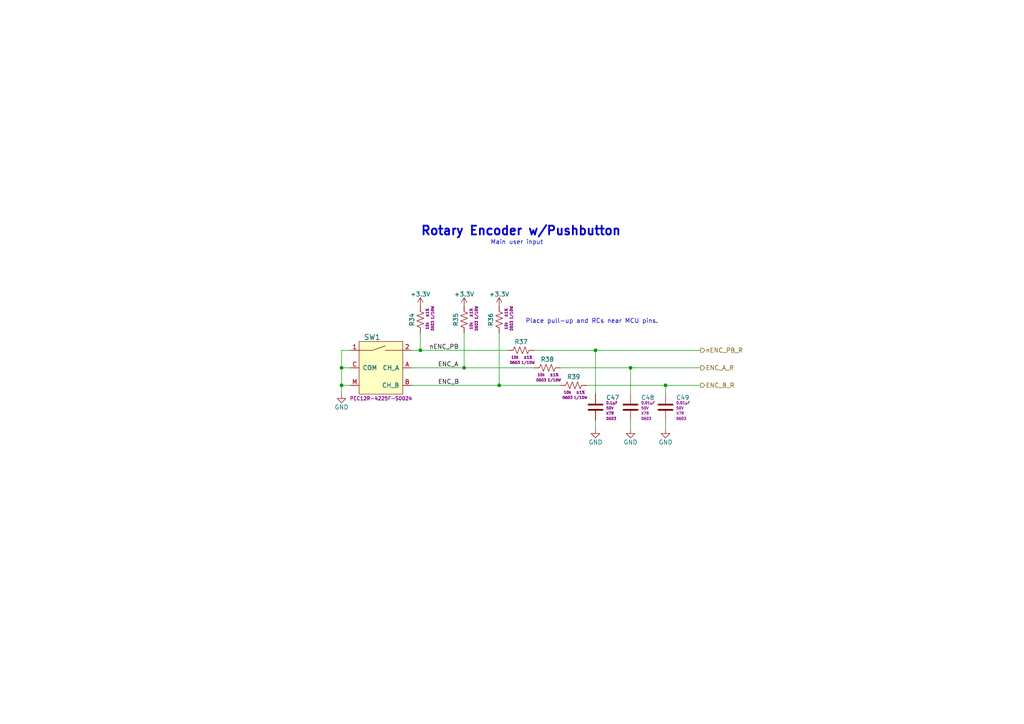
<source format=kicad_sch>
(kicad_sch (version 20211123) (generator eeschema)
  (paper "A4")
  (title_block (date "2024-05-14") (rev "1"))
  (lib_symbols
    (symbol "ENC_SPST_24PPR_PEC12R-4225F-S0024_1" (pin_names (offset 1.016))
      (property "Reference" "SW" (at 6.35 3.81 0))
      (property "ManufacturerPN" "PEC12R-4225F-S0024" (at 8.89 -13.97 0))
      (symbol "ENC_SPST_24PPR_PEC12R-4225F-S0024_1_0_1"
        (polyline (pts (xy 10.16 0) (xy 15.24 0)))
        (polyline (pts (xy 2.54 0) (xy 6.35 0) (xy 10.16 1.27)))
        (rectangle (start 2.54 2.54) (end 15.24 -12.7) (fill (type background)))
      )
      (symbol "ENC_SPST_24PPR_PEC12R-4225F-S0024_1_1_1"
        (pin passive line (at 0 0 0) (length 2.54) (name "~") (number "1"))
        (pin passive line (at 17.78 0 180) (length 2.54) (name "~") (number "2"))
        (pin passive line (at 17.78 -5.08 180) (length 2.54) (name "CH_A") (number "A"))
        (pin passive line (at 17.78 -10.16 180) (length 2.54) (name "CH_B") (number "B"))
        (pin passive line (at 0 -5.08 0) (length 2.54) (name "COM") (number "C"))
        (pin passive line (at 0 -10.16 0) (length 2.54) (name "~") (number "M"))
      )
    )
    (symbol "arjun_symbols:CAP_CER_0u01_50V_X7R_0603" (pin_numbers hide) (pin_names (offset 0.254))
      (property "Reference" "C" (at 3.048 -1.016 0))
      (property "Capacitance" "0.01µF" (at 3.048 -2.54 0))
      (property "Voltage" "50V" (at 3.048 -4.064 0))
      (property "Package" "0603" (at 3.048 -7.112 0))
      (property "Temp Co" "X7R" (at 3.048 -5.588 0))
      (symbol "CAP_CER_0u01_50V_X7R_0603_0_1"
        (polyline (pts (xy -2.032 -4.572) (xy 2.032 -4.572)) (stroke (width 0.508)))
        (polyline (pts (xy -2.032 -3.048) (xy 2.032 -3.048)) (stroke (width 0.508)))
      )
      (symbol "CAP_CER_0u01_50V_X7R_0603_1_1"
        (pin passive line (at 0 0 270) (length 2.794) (name "~") (number "1"))
        (pin passive line (at 0 -7.62 90) (length 2.794) (name "~") (number "2"))
      )
    )
    (symbol "arjun_symbols:CAP_CER_0u1_50V_X7R_0603" (pin_numbers hide) (pin_names (offset 0.254))
      (property "Reference" "C" (at 3.048 -1.016 0))
      (property "Capacitance" "0.1µF" (at 3.048 -2.54 0))
      (property "Voltage" "50V" (at 3.048 -4.064 0))
      (property "Package" "0603" (at 3.048 -7.112 0))
      (property "Temp Co" "X7R" (at 3.048 -5.588 0))
      (symbol "CAP_CER_0u1_50V_X7R_0603_0_1"
        (polyline (pts (xy -2.032 -4.572) (xy 2.032 -4.572)) (stroke (width 0.508)))
        (polyline (pts (xy -2.032 -3.048) (xy 2.032 -3.048)) (stroke (width 0.508)))
      )
      (symbol "CAP_CER_0u1_50V_X7R_0603_1_1"
        (pin passive line (at 0 0 270) (length 2.794) (name "~") (number "1"))
        (pin passive line (at 0 -7.62 90) (length 2.794) (name "~") (number "2"))
      )
    )
    (symbol "arjun_symbols:RES_10K_1P_1{slash}10W_0603" (pin_numbers hide) (pin_names (offset 0))
      (property "Reference" "R" (at -3.175 -3.81 90))
      (property "Resistance" "10k" (at 2.032 -5.588 90))
      (property "Tolerance" "±1% " (at 2.032 -1.524 90))
      (property "Package" "0603" (at 3.556 -5.588 90))
      (property "Power" "1/10W" (at 3.556 -1.778 90))
      (symbol "RES_10K_1P_1{slash}10W_0603_0_1"
        (polyline (pts (xy 0 -6.096) (xy 0 -6.35)))
        (polyline (pts (xy 0 -1.524) (xy 0 -1.27)))
        (polyline (pts (xy 0 -4.572) (xy 1.016 -4.953) (xy 0 -5.334) (xy -1.016 -5.715) (xy 0 -6.096)))
        (polyline (pts (xy 0 -3.048) (xy 1.016 -3.429) (xy 0 -3.81) (xy -1.016 -4.191) (xy 0 -4.572)))
        (polyline (pts (xy 0 -1.524) (xy 1.016 -1.905) (xy 0 -2.286) (xy -1.016 -2.667) (xy 0 -3.048)))
      )
      (symbol "RES_10K_1P_1{slash}10W_0603_1_1"
        (pin passive line (at 0 0 270) (length 1.27) (name "~") (number "1"))
        (pin passive line (at 0 -7.62 90) (length 1.27) (name "~") (number "2"))
      )
    )
    (symbol "power:+3.3V" (power) (pin_names (offset 0))
      (property "Value" "+3.3V" (at 0 3.556 0))
      (symbol "+3.3V_0_1"
        (polyline (pts (xy -0.762 1.27) (xy 0 2.54)))
        (polyline (pts (xy 0 0) (xy 0 2.54)))
        (polyline (pts (xy 0 2.54) (xy 0.762 1.27)))
      )
      (symbol "+3.3V_1_1"
        (pin power_in line (at 0 0 90) (length 0) hide (name "+3.3V") (number "1"))
      )
    )
    (symbol "power:GND" (power) (pin_names (offset 0))
      (property "Value" "GND" (at 0 -3.81 0))
      (symbol "GND_0_1"
        (polyline (pts (xy 0 0) (xy 0 -1.27) (xy 1.27 -1.27) (xy 0 -2.54) (xy -1.27 -1.27) (xy 0 -1.27)))
      )
      (symbol "GND_1_1"
        (pin power_in line (at 0 0 270) (length 0) hide (name "GND") (number "1"))
      )
    )
  )
  (junction (at 182.88 106.68))
  (junction (at 134.62 106.68))
  (junction (at 99.06 106.68))
  (junction (at 193.04 111.76))
  (junction (at 121.92 101.6))
  (junction (at 99.06 111.76))
  (junction (at 172.72 101.6))
  (junction (at 144.78 111.76))
  (wire (pts (xy 182.88 106.68) (xy 182.88 114.3)))
  (wire (pts (xy 121.92 101.6) (xy 147.32 101.6)))
  (wire (pts (xy 154.94 101.6) (xy 172.72 101.6)))
  (wire (pts (xy 144.78 111.76) (xy 162.56 111.76)))
  (wire (pts (xy 172.72 101.6) (xy 203.2 101.6)))
  (wire (pts (xy 99.06 111.76) (xy 99.06 114.3)))
  (wire (pts (xy 170.18 111.76) (xy 193.04 111.76)))
  (wire (pts (xy 119.38 111.76) (xy 144.78 111.76)))
  (wire (pts (xy 99.06 106.68) (xy 99.06 111.76)))
  (wire (pts (xy 193.04 121.92) (xy 193.04 124.46)))
  (wire (pts (xy 99.06 111.76) (xy 101.6 111.76)))
  (wire (pts (xy 99.06 101.6) (xy 99.06 106.68)))
  (wire (pts (xy 182.88 106.68) (xy 203.2 106.68)))
  (wire (pts (xy 119.38 101.6) (xy 121.92 101.6)))
  (wire (pts (xy 144.78 96.52) (xy 144.78 111.76)))
  (wire (pts (xy 134.62 106.68) (xy 154.94 106.68)))
  (wire (pts (xy 193.04 111.76) (xy 193.04 114.3)))
  (wire (pts (xy 119.38 106.68) (xy 134.62 106.68)))
  (wire (pts (xy 134.62 96.52) (xy 134.62 106.68)))
  (wire (pts (xy 172.72 121.92) (xy 172.72 124.46)))
  (wire (pts (xy 101.6 101.6) (xy 99.06 101.6)))
  (wire (pts (xy 121.92 96.52) (xy 121.92 101.6)))
  (wire (pts (xy 99.06 106.68) (xy 101.6 106.68)))
  (wire (pts (xy 193.04 111.76) (xy 203.2 111.76)))
  (wire (pts (xy 182.88 121.92) (xy 182.88 124.46)))
  (wire (pts (xy 162.56 106.68) (xy 182.88 106.68)))
  (wire (pts (xy 172.72 101.6) (xy 172.72 114.3)))
  (text "Place pull-up and RCs near MCU pins." (at 152.4 93.98 0) (effects (font (size 1.27 1.27)) (justify left bottom)))
  (text "Rotary Encoder w/Pushbutton" (at 121.92 68.58 0) (effects (font (size 2.54 2.54) (thickness 0.508) bold) (justify left bottom)))
  (text "Main user input" (at 142.24 71.12 0) (effects (font (size 1.27 1.27)) (justify left bottom)))
  (label "ENC_B" (at 127 111.76 0))
  (label "nENC_PB" (at 124.46 101.6 0))
  (label "ENC_A" (at 127 106.68 0))
  (hierarchical_label "ENC_A_R" (shape output) (at 203.2 106.68 0))
  (hierarchical_label "nENC_PB_R" (shape output) (at 203.2 101.6 0))
  (hierarchical_label "ENC_B_R" (shape output) (at 203.2 111.76 0))
  (symbol (lib_id "power:GND") (at 172.72 124.46 0) (unit 1)
    (property "Reference" "#PWR074" (effects hide))
    (property "Value" "GND" (at 172.72 128.27 0))
  )
  (symbol (lib_id "arjun_symbols:RES_10K_1P_1{slash}10W_0603") (at 162.56 106.68 270) (unit 1)
    (property "Reference" "R38" (at 158.75 103.505 90) (effects (justify top)))
    (property "Value" "RES_10K_1P_1/10W_0603" (effects hide))
    (property "Footprint" "Resistor_SMD:R_0603_1608Metric" (effects hide))
    (property "Datasheet" "https://www.yageo.com/upload/media/product/productsearch/datasheet/rchip/PYu-RC_Group_51_RoHS_L_12.pdf" (effects hide))
    (property "Manufacturer" "YAGEO" (effects hide))
    (property "ManufacturerPN" "RC0603FR-0710KL" (effects hide))
    (property "Vendor" "Digi-Key" (effects hide))
    (property "VendorPN" "311-10.0KHRCT-ND" (effects hide))
    (property "Resistance" "10k" (at 156.972 108.712 90) (effects (font (size 0.762 0.762))))
    (property "Tolerance" "±1% " (at 161.036 108.712 90) (effects (font (size 0.762 0.762))))
    (property "Package" "0603" (at 156.972 110.236 90) (effects (font (size 0.762 0.762))))
    (property "Power" "1/10W" (at 160.782 110.236 90) (effects (font (size 0.762 0.762))))
  )
  (symbol (lib_id "power:GND") (at 182.88 124.46 0) (unit 1)
    (property "Reference" "#PWR075" (effects hide))
    (property "Value" "GND" (at 182.88 128.27 0))
  )
  (symbol (lib_name "ENC_SPST_24PPR_PEC12R-4225F-S0024_1") (lib_id "arjun_symbols:ENC_SPST_24PPR_PEC12R-4225F-S0024") (at 101.6 101.6 0) (unit 1)
    (property "Reference" "SW1" (at 107.95 97.79 0) (effects (font (size 1.524 1.524))))
    (property "Value" "ENC_SPST_24PPR_PEC12R-4225F-S0024" (effects hide))
    (property "Footprint" "arjun_footprints:ENC_SPST_PEC12R-4x25F-Sxxx" (effects hide))
    (property "Datasheet" "https://www.bourns.com/docs/Product-Datasheets/PEC12R.pdf" (effects hide))
    (property "Vendor" "Digi-Key" (effects hide))
    (property "VendorPN" "PEC12R-4225F-S0024-ND" (effects hide))
    (property "Manufacturer" "Bourns Inc." (effects hide))
    (property "ManufacturerPN" "PEC12R-4225F-S0024" (at 110.49 115.57 0) (effects (font (size 1.016 1.016))))
    (property "Category" "Sensors, Transducers" (effects hide))
    (property "Family" "Encoders" (effects hide))
  )
  (symbol (lib_id "arjun_symbols:CAP_CER_0u01_50V_X7R_0603") (at 193.04 114.3 0) (unit 1)
    (property "Reference" "C49" (at 196.088 115.316 0) (effects (justify left)))
    (property "Value" "CAP_CER_0u01_50V_X7R_0603" (effects hide))
    (property "Footprint" "Capacitor_SMD:C_0603_1608Metric" (effects hide))
    (property "Datasheet" "https://media.digikey.com/pdf/Data%20Sheets/Samsung%20PDFs/CL10B103KB8NNNC_Spec.pdf" (effects hide))
    (property "Manufacturer" "Samsung Electro-Mechanics" (effects hide))
    (property "ManufacturerPN" "CL10B103KB8NNNC" (effects hide))
    (property "Vendor" "Digi-Key" (effects hide))
    (property "VendorPN" "1276-1009-1-ND" (effects hide))
    (property "Capacitance" "0.01µF" (at 196.088 116.84 0) (effects (font (size 0.762 0.762)) (justify left)))
    (property "Voltage" "50V" (at 196.088 118.364 0) (effects (font (size 0.762 0.762)) (justify left)))
    (property "Package" "0603" (at 196.088 121.412 0) (effects (font (size 0.762 0.762)) (justify left)))
    (property "Temp Co" "X7R" (at 196.088 119.888 0) (effects (font (size 0.762 0.762)) (justify left)))
  )
  (symbol (lib_id "power:GND") (at 193.04 124.46 0) (unit 1)
    (property "Reference" "#PWR076" (effects hide))
    (property "Value" "GND" (at 193.04 128.27 0))
  )
  (symbol (lib_id "arjun_symbols:RES_10K_1P_1{slash}10W_0603") (at 134.62 88.9 0) (unit 1)
    (property "Reference" "R35" (at 131.445 92.71 90) (effects (justify top)))
    (property "Value" "RES_10K_1P_1/10W_0603" (effects hide))
    (property "Footprint" "Resistor_SMD:R_0603_1608Metric" (effects hide))
    (property "Datasheet" "https://www.yageo.com/upload/media/product/productsearch/datasheet/rchip/PYu-RC_Group_51_RoHS_L_12.pdf" (effects hide))
    (property "Manufacturer" "YAGEO" (effects hide))
    (property "ManufacturerPN" "RC0603FR-0710KL" (effects hide))
    (property "Vendor" "Digi-Key" (effects hide))
    (property "VendorPN" "311-10.0KHRCT-ND" (effects hide))
    (property "Resistance" "10k" (at 136.652 94.488 90) (effects (font (size 0.762 0.762))))
    (property "Tolerance" "±1% " (at 136.652 90.424 90) (effects (font (size 0.762 0.762))))
    (property "Package" "0603" (at 138.176 94.488 90) (effects (font (size 0.762 0.762))))
    (property "Power" "1/10W" (at 138.176 90.678 90) (effects (font (size 0.762 0.762))))
  )
  (symbol (lib_id "power:+3.3V") (at 134.62 88.9 0) (unit 1)
    (property "Reference" "#PWR072" (effects hide))
    (property "Value" "+3.3V" (at 134.62 85.344 0))
  )
  (symbol (lib_id "arjun_symbols:RES_10K_1P_1{slash}10W_0603") (at 144.78 88.9 0) (unit 1)
    (property "Reference" "R36" (at 141.605 92.71 90) (effects (justify top)))
    (property "Value" "RES_10K_1P_1/10W_0603" (effects hide))
    (property "Footprint" "Resistor_SMD:R_0603_1608Metric" (effects hide))
    (property "Datasheet" "https://www.yageo.com/upload/media/product/productsearch/datasheet/rchip/PYu-RC_Group_51_RoHS_L_12.pdf" (effects hide))
    (property "Manufacturer" "YAGEO" (effects hide))
    (property "ManufacturerPN" "RC0603FR-0710KL" (effects hide))
    (property "Vendor" "Digi-Key" (effects hide))
    (property "VendorPN" "311-10.0KHRCT-ND" (effects hide))
    (property "Resistance" "10k" (at 146.812 94.488 90) (effects (font (size 0.762 0.762))))
    (property "Tolerance" "±1% " (at 146.812 90.424 90) (effects (font (size 0.762 0.762))))
    (property "Package" "0603" (at 148.336 94.488 90) (effects (font (size 0.762 0.762))))
    (property "Power" "1/10W" (at 148.336 90.678 90) (effects (font (size 0.762 0.762))))
  )
  (symbol (lib_id "arjun_symbols:RES_10K_1P_1{slash}10W_0603") (at 154.94 101.6 270) (unit 1)
    (property "Reference" "R37" (at 151.13 98.425 90) (effects (justify top)))
    (property "Value" "RES_10K_1P_1/10W_0603" (effects hide))
    (property "Footprint" "Resistor_SMD:R_0603_1608Metric" (effects hide))
    (property "Datasheet" "https://www.yageo.com/upload/media/product/productsearch/datasheet/rchip/PYu-RC_Group_51_RoHS_L_12.pdf" (effects hide))
    (property "Manufacturer" "YAGEO" (effects hide))
    (property "ManufacturerPN" "RC0603FR-0710KL" (effects hide))
    (property "Vendor" "Digi-Key" (effects hide))
    (property "VendorPN" "311-10.0KHRCT-ND" (effects hide))
    (property "Resistance" "10k" (at 149.352 103.632 90) (effects (font (size 0.762 0.762))))
    (property "Tolerance" "±1% " (at 153.416 103.632 90) (effects (font (size 0.762 0.762))))
    (property "Package" "0603" (at 149.352 105.156 90) (effects (font (size 0.762 0.762))))
    (property "Power" "1/10W" (at 153.162 105.156 90) (effects (font (size 0.762 0.762))))
  )
  (symbol (lib_id "arjun_symbols:RES_10K_1P_1{slash}10W_0603") (at 170.18 111.76 270) (unit 1)
    (property "Reference" "R39" (at 166.37 108.585 90) (effects (justify top)))
    (property "Value" "RES_10K_1P_1/10W_0603" (effects hide))
    (property "Footprint" "Resistor_SMD:R_0603_1608Metric" (effects hide))
    (property "Datasheet" "https://www.yageo.com/upload/media/product/productsearch/datasheet/rchip/PYu-RC_Group_51_RoHS_L_12.pdf" (effects hide))
    (property "Manufacturer" "YAGEO" (effects hide))
    (property "ManufacturerPN" "RC0603FR-0710KL" (effects hide))
    (property "Vendor" "Digi-Key" (effects hide))
    (property "VendorPN" "311-10.0KHRCT-ND" (effects hide))
    (property "Resistance" "10k" (at 164.592 113.792 90) (effects (font (size 0.762 0.762))))
    (property "Tolerance" "±1% " (at 168.656 113.792 90) (effects (font (size 0.762 0.762))))
    (property "Package" "0603" (at 164.592 115.316 90) (effects (font (size 0.762 0.762))))
    (property "Power" "1/10W" (at 168.402 115.316 90) (effects (font (size 0.762 0.762))))
  )
  (symbol (lib_id "arjun_symbols:CAP_CER_0u01_50V_X7R_0603") (at 182.88 114.3 0) (unit 1)
    (property "Reference" "C48" (at 185.928 115.316 0) (effects (justify left)))
    (property "Value" "CAP_CER_0u01_50V_X7R_0603" (effects hide))
    (property "Footprint" "Capacitor_SMD:C_0603_1608Metric" (effects hide))
    (property "Datasheet" "https://media.digikey.com/pdf/Data%20Sheets/Samsung%20PDFs/CL10B103KB8NNNC_Spec.pdf" (effects hide))
    (property "Manufacturer" "Samsung Electro-Mechanics" (effects hide))
    (property "ManufacturerPN" "CL10B103KB8NNNC" (effects hide))
    (property "Vendor" "Digi-Key" (effects hide))
    (property "VendorPN" "1276-1009-1-ND" (effects hide))
    (property "Capacitance" "0.01µF" (at 185.928 116.84 0) (effects (font (size 0.762 0.762)) (justify left)))
    (property "Voltage" "50V" (at 185.928 118.364 0) (effects (font (size 0.762 0.762)) (justify left)))
    (property "Package" "0603" (at 185.928 121.412 0) (effects (font (size 0.762 0.762)) (justify left)))
    (property "Temp Co" "X7R" (at 185.928 119.888 0) (effects (font (size 0.762 0.762)) (justify left)))
  )
  (symbol (lib_id "arjun_symbols:RES_10K_1P_1{slash}10W_0603") (at 121.92 88.9 0) (unit 1)
    (property "Reference" "R34" (at 118.745 92.71 90) (effects (justify top)))
    (property "Value" "RES_10K_1P_1/10W_0603" (effects hide))
    (property "Footprint" "Resistor_SMD:R_0603_1608Metric" (effects hide))
    (property "Datasheet" "https://www.yageo.com/upload/media/product/productsearch/datasheet/rchip/PYu-RC_Group_51_RoHS_L_12.pdf" (effects hide))
    (property "Manufacturer" "YAGEO" (effects hide))
    (property "ManufacturerPN" "RC0603FR-0710KL" (effects hide))
    (property "Vendor" "Digi-Key" (effects hide))
    (property "VendorPN" "311-10.0KHRCT-ND" (effects hide))
    (property "Resistance" "10k" (at 123.952 94.488 90) (effects (font (size 0.762 0.762))))
    (property "Tolerance" "±1% " (at 123.952 90.424 90) (effects (font (size 0.762 0.762))))
    (property "Package" "0603" (at 125.476 94.488 90) (effects (font (size 0.762 0.762))))
    (property "Power" "1/10W" (at 125.476 90.678 90) (effects (font (size 0.762 0.762))))
  )
  (symbol (lib_id "arjun_symbols:CAP_CER_0u1_50V_X7R_0603") (at 172.72 114.3 0) (unit 1)
    (property "Reference" "C47" (at 175.768 115.316 0) (effects (justify left)))
    (property "Value" "CAP_CER_0u1_50V_X7R_0603" (effects hide))
    (property "Footprint" "Capacitor_SMD:C_0603_1608Metric" (effects hide))
    (property "Datasheet" "https://media.digikey.com/pdf/Data%20Sheets/Samsung%20PDFs/CL10B104KB8NNNC_Spec.pdf" (effects hide))
    (property "Manufacturer" "Samsung Electro-Mechanics" (effects hide))
    (property "ManufacturerPN" "CL10B104KB8NNNC" (effects hide))
    (property "Vendor" "Digi-Key" (effects hide))
    (property "VendorPN" "1276-1000-1-ND" (effects hide))
    (property "Capacitance" "0.1µF" (at 175.768 116.84 0) (effects (font (size 0.762 0.762)) (justify left)))
    (property "Voltage" "50V" (at 175.768 118.364 0) (effects (font (size 0.762 0.762)) (justify left)))
    (property "Package" "0603" (at 175.768 121.412 0) (effects (font (size 0.762 0.762)) (justify left)))
    (property "Temp Co" "X7R" (at 175.768 119.888 0) (effects (font (size 0.762 0.762)) (justify left)))
  )
  (symbol (lib_id "power:GND") (at 99.06 114.3 0) (unit 1)
    (property "Reference" "#PWR070" (effects hide))
    (property "Value" "GND" (at 99.06 118.11 0))
  )
  (symbol (lib_id "power:+3.3V") (at 121.92 88.9 0) (unit 1)
    (property "Reference" "#PWR071" (effects hide))
    (property "Value" "+3.3V" (at 121.92 85.344 0))
  )
  (symbol (lib_id "power:+3.3V") (at 144.78 88.9 0) (unit 1)
    (property "Reference" "#PWR073" (effects hide))
    (property "Value" "+3.3V" (at 144.78 85.344 0))
  )
)
</source>
